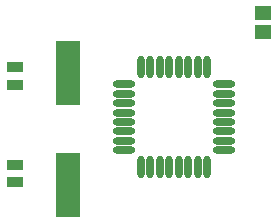
<source format=gbr>
%TF.GenerationSoftware,Altium Limited,Altium Designer,23.1.1 (15)*%
G04 Layer_Color=8421504*
%FSLAX45Y45*%
%MOMM*%
%TF.SameCoordinates,911EB459-FC51-413D-8FB5-29AF24146691*%
%TF.FilePolarity,Positive*%
%TF.FileFunction,Paste,Top*%
%TF.Part,Single*%
G01*
G75*
%TA.AperFunction,SMDPad,CuDef*%
%ADD10R,2.00000X5.50000*%
%ADD11O,1.95000X0.60000*%
%ADD12O,0.60000X1.95000*%
%ADD13R,1.35000X0.95000*%
%ADD14R,1.45620X1.30464*%
D10*
X1750000Y575000D02*
D03*
Y1525000D02*
D03*
D11*
X2225000Y1270000D02*
D03*
Y1190000D02*
D03*
Y1110000D02*
D03*
Y1030000D02*
D03*
Y950000D02*
D03*
Y870000D02*
D03*
X3075000D02*
D03*
Y950000D02*
D03*
Y1110000D02*
D03*
Y1190000D02*
D03*
Y1350000D02*
D03*
Y1430000D02*
D03*
X2225000D02*
D03*
Y1350000D02*
D03*
X3075000Y1270000D02*
D03*
Y1030000D02*
D03*
D12*
X2850000Y725000D02*
D03*
X2930000D02*
D03*
X2610000Y1575000D02*
D03*
X2530000D02*
D03*
X2450000D02*
D03*
X2930000D02*
D03*
X2370000D02*
D03*
Y725000D02*
D03*
X2450000D02*
D03*
X2530000D02*
D03*
X2610000D02*
D03*
X2690000D02*
D03*
X2770000D02*
D03*
X2690000Y1575000D02*
D03*
X2770000D02*
D03*
X2850000D02*
D03*
D13*
X1300000Y600000D02*
D03*
Y750000D02*
D03*
Y1575000D02*
D03*
Y1425000D02*
D03*
D14*
X3400000Y1869422D02*
D03*
Y2030578D02*
D03*
%TF.MD5,9aaf7a8cd3cece73b39fdb15776926b7*%
M02*

</source>
